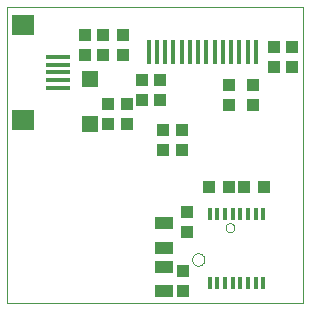
<source format=gbp>
G75*
G70*
%OFA0B0*%
%FSLAX24Y24*%
%IPPOS*%
%LPD*%
%AMOC8*
5,1,8,0,0,1.08239X$1,22.5*
%
%ADD10C,0.0000*%
%ADD11R,0.0138X0.0787*%
%ADD12R,0.0787X0.0157*%
%ADD13R,0.0748X0.0709*%
%ADD14R,0.0551X0.0551*%
%ADD15R,0.0591X0.0433*%
%ADD16R,0.0394X0.0420*%
%ADD17R,0.0420X0.0394*%
%ADD18R,0.0120X0.0390*%
D10*
X000841Y000938D02*
X000841Y010780D01*
X010684Y010780D01*
X010684Y000938D01*
X000841Y000938D01*
X006995Y002377D02*
X006997Y002405D01*
X007003Y002433D01*
X007012Y002459D01*
X007025Y002485D01*
X007041Y002508D01*
X007061Y002528D01*
X007083Y002546D01*
X007107Y002561D01*
X007133Y002572D01*
X007160Y002580D01*
X007188Y002584D01*
X007216Y002584D01*
X007244Y002580D01*
X007271Y002572D01*
X007297Y002561D01*
X007321Y002546D01*
X007343Y002528D01*
X007363Y002508D01*
X007379Y002485D01*
X007392Y002459D01*
X007401Y002433D01*
X007407Y002405D01*
X007409Y002377D01*
X007407Y002349D01*
X007401Y002321D01*
X007392Y002295D01*
X007379Y002269D01*
X007363Y002246D01*
X007343Y002226D01*
X007321Y002208D01*
X007297Y002193D01*
X007271Y002182D01*
X007244Y002174D01*
X007216Y002170D01*
X007188Y002170D01*
X007160Y002174D01*
X007133Y002182D01*
X007107Y002193D01*
X007083Y002208D01*
X007061Y002226D01*
X007041Y002246D01*
X007025Y002269D01*
X007012Y002295D01*
X007003Y002321D01*
X006997Y002349D01*
X006995Y002377D01*
X008112Y003435D02*
X008114Y003459D01*
X008120Y003482D01*
X008129Y003504D01*
X008142Y003524D01*
X008157Y003542D01*
X008176Y003557D01*
X008197Y003569D01*
X008219Y003577D01*
X008242Y003582D01*
X008266Y003583D01*
X008290Y003580D01*
X008312Y003573D01*
X008334Y003563D01*
X008354Y003550D01*
X008371Y003533D01*
X008385Y003514D01*
X008396Y003493D01*
X008404Y003470D01*
X008408Y003447D01*
X008408Y003423D01*
X008404Y003400D01*
X008396Y003377D01*
X008385Y003356D01*
X008371Y003337D01*
X008354Y003320D01*
X008334Y003307D01*
X008312Y003297D01*
X008290Y003290D01*
X008266Y003287D01*
X008242Y003288D01*
X008219Y003293D01*
X008197Y003301D01*
X008176Y003313D01*
X008157Y003328D01*
X008142Y003346D01*
X008129Y003366D01*
X008120Y003388D01*
X008114Y003411D01*
X008112Y003435D01*
D11*
X008026Y009284D03*
X007751Y009284D03*
X007475Y009284D03*
X007200Y009284D03*
X006924Y009284D03*
X006648Y009284D03*
X006373Y009284D03*
X006097Y009284D03*
X005822Y009284D03*
X005546Y009284D03*
X008302Y009284D03*
X008578Y009284D03*
X008853Y009284D03*
X009129Y009284D03*
D12*
X002534Y009127D03*
X002534Y008871D03*
X002534Y008615D03*
X002534Y008359D03*
X002534Y008103D03*
D13*
X001373Y007040D03*
X001373Y010190D03*
D14*
X003597Y008379D03*
X003597Y006883D03*
D15*
X006078Y003595D03*
X006078Y002769D03*
X006078Y002139D03*
X006078Y001312D03*
D16*
X006707Y001312D03*
X006707Y001981D03*
X006826Y003280D03*
X006826Y003950D03*
X006668Y006036D03*
X006038Y006036D03*
X006038Y006706D03*
X006668Y006706D03*
X005920Y007690D03*
X005330Y007690D03*
X004818Y007572D03*
X004818Y006902D03*
X004188Y006902D03*
X004188Y007572D03*
X005330Y008359D03*
X005920Y008359D03*
X004700Y009186D03*
X004700Y009855D03*
X004030Y009855D03*
X003440Y009855D03*
X003440Y009186D03*
X004030Y009186D03*
X008243Y008202D03*
X008243Y007532D03*
X009030Y007532D03*
X009030Y008202D03*
X009739Y008792D03*
X010330Y008792D03*
X010330Y009461D03*
X009739Y009461D03*
D17*
X009404Y004796D03*
X008735Y004796D03*
X008223Y004796D03*
X007554Y004796D03*
D18*
X007583Y003898D03*
X007839Y003898D03*
X008095Y003898D03*
X008351Y003898D03*
X008607Y003898D03*
X008863Y003898D03*
X009119Y003898D03*
X009375Y003898D03*
X009375Y001600D03*
X009119Y001600D03*
X008863Y001600D03*
X008607Y001600D03*
X008351Y001600D03*
X008095Y001600D03*
X007839Y001600D03*
X007583Y001600D03*
M02*

</source>
